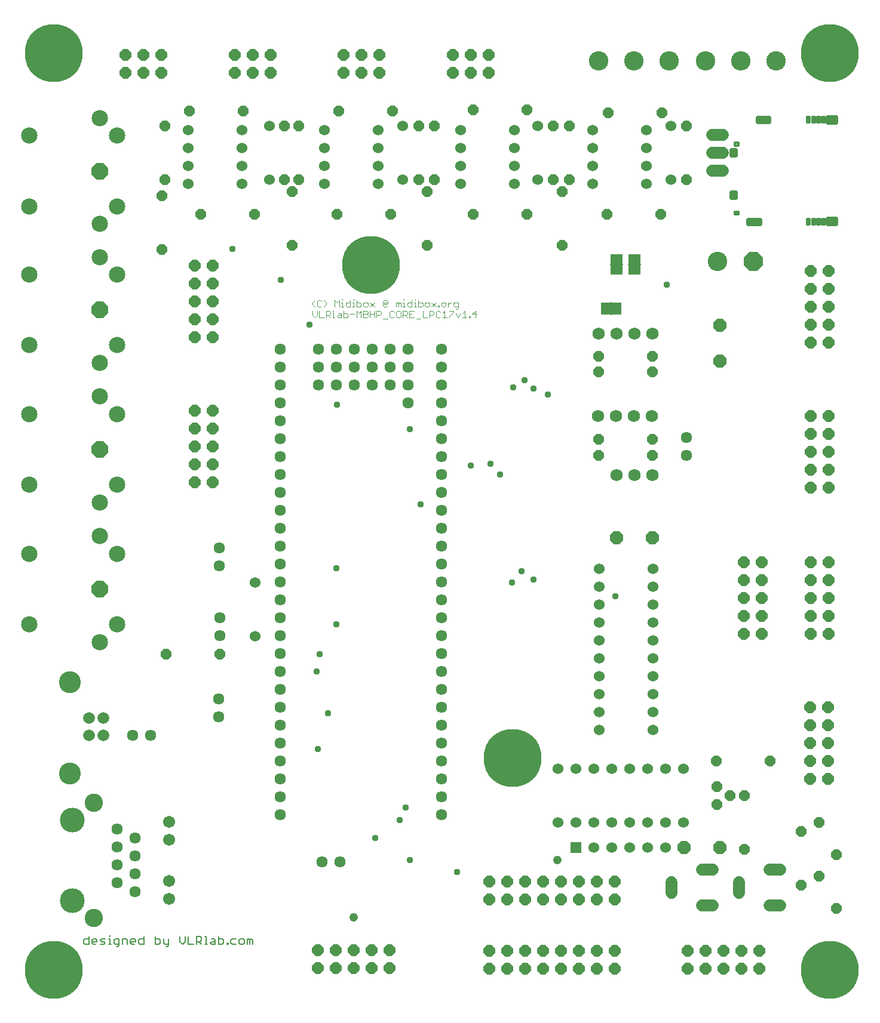
<source format=gts>
G75*
%MOIN*%
%OFA0B0*%
%FSLAX24Y24*%
%IPPOS*%
%LPD*%
%AMOC8*
5,1,8,0,0,1.08239X$1,22.5*
%
%ADD10C,0.0634*%
%ADD11C,0.0600*%
%ADD12R,0.0600X0.0600*%
%ADD13OC8,0.0710*%
%ADD14C,0.1080*%
%ADD15OC8,0.1080*%
%ADD16C,0.0680*%
%ADD17C,0.0654*%
%ADD18C,0.1222*%
%ADD19OC8,0.0640*%
%ADD20OC8,0.0600*%
%ADD21C,0.0680*%
%ADD22C,0.1025*%
%ADD23C,0.0674*%
%ADD24C,0.1379*%
%ADD25R,0.0710X0.0540*%
%ADD26R,0.0720X0.0060*%
%ADD27R,0.0540X0.0710*%
%ADD28R,0.0060X0.0720*%
%ADD29C,0.0237*%
%ADD30C,0.0257*%
%ADD31C,0.0129*%
%ADD32C,0.0217*%
%ADD33C,0.0138*%
%ADD34C,0.0030*%
%ADD35C,0.0080*%
%ADD36C,0.3230*%
%ADD37OC8,0.0907*%
%ADD38C,0.0907*%
%ADD39C,0.0370*%
%ADD40C,0.0476*%
D10*
X011220Y009761D03*
X011220Y010761D03*
X011220Y011761D03*
X011220Y012761D03*
X012220Y012261D03*
X012220Y011261D03*
X012220Y010261D03*
X012220Y009261D03*
X012061Y017988D03*
X013061Y017988D03*
X016877Y019021D03*
X016877Y020021D03*
X020321Y019565D03*
X020321Y020565D03*
X020321Y021565D03*
X020321Y022565D03*
X020321Y023565D03*
X020321Y024565D03*
X020321Y025565D03*
X020321Y026565D03*
X020321Y027565D03*
X020321Y028565D03*
X020321Y029565D03*
X020321Y030565D03*
X020321Y031565D03*
X020321Y032565D03*
X020321Y033565D03*
X020321Y034565D03*
X020321Y035565D03*
X020321Y036565D03*
X020321Y037565D03*
X020321Y038565D03*
X020321Y039565D03*
X022455Y039565D03*
X022451Y038565D03*
X023449Y038565D03*
X023455Y039565D03*
X024449Y039565D03*
X024449Y038565D03*
X025449Y038565D03*
X025449Y039565D03*
X026449Y039565D03*
X027449Y039565D03*
X027449Y038565D03*
X026449Y038565D03*
X026449Y037565D03*
X027449Y037565D03*
X027449Y036565D03*
X025449Y037565D03*
X024449Y037565D03*
X023449Y037565D03*
X022455Y037565D03*
X029321Y037565D03*
X029321Y038565D03*
X029321Y039565D03*
X029321Y036565D03*
X029321Y035565D03*
X029321Y034565D03*
X029321Y033565D03*
X029321Y032565D03*
X029321Y031565D03*
X029321Y030565D03*
X029321Y029565D03*
X029321Y028565D03*
X029321Y027565D03*
X029321Y026565D03*
X029321Y025565D03*
X029321Y024565D03*
X029321Y023565D03*
X029321Y022565D03*
X029321Y021565D03*
X029321Y020565D03*
X029321Y019565D03*
X029321Y018565D03*
X029321Y017565D03*
X029321Y016565D03*
X029321Y015565D03*
X029321Y014565D03*
X029321Y013565D03*
X023628Y010941D03*
X022628Y010941D03*
X020321Y013565D03*
X020321Y014565D03*
X020321Y015565D03*
X020321Y016565D03*
X020321Y017565D03*
X020321Y018565D03*
X016935Y023566D03*
X016935Y024566D03*
X016908Y027481D03*
X016908Y028481D03*
X042988Y033641D03*
X042988Y034641D03*
D11*
X041109Y027297D03*
X041109Y026297D03*
X041109Y025297D03*
X041109Y024297D03*
X041109Y023297D03*
X041109Y022297D03*
X041109Y021297D03*
X041109Y020297D03*
X041109Y019297D03*
X041109Y018297D03*
X040808Y016121D03*
X039808Y016121D03*
X038808Y016121D03*
X037808Y016121D03*
X036808Y016121D03*
X035808Y016121D03*
X038109Y018297D03*
X038109Y019297D03*
X038109Y020297D03*
X038109Y021297D03*
X038109Y022297D03*
X038109Y023297D03*
X038109Y024297D03*
X038109Y025297D03*
X038109Y026297D03*
X038109Y027297D03*
X041808Y016121D03*
X042808Y016121D03*
X042808Y013121D03*
X041808Y013121D03*
X040808Y013121D03*
X039808Y013121D03*
X038808Y013121D03*
X037808Y013121D03*
X036808Y013121D03*
X035808Y013121D03*
X037808Y011741D03*
X038808Y011741D03*
X039808Y011741D03*
X040808Y011741D03*
X041808Y011741D03*
X018899Y023548D03*
X018899Y026548D03*
X018168Y048801D03*
X018168Y049801D03*
X018168Y050801D03*
X018168Y051801D03*
X019708Y052041D03*
X019708Y049041D03*
X022768Y048801D03*
X022768Y049801D03*
X022768Y050801D03*
X022768Y051801D03*
X025768Y051801D03*
X025768Y050801D03*
X025768Y049801D03*
X025768Y048801D03*
X027128Y049041D03*
X027128Y052041D03*
X030368Y051801D03*
X030368Y050801D03*
X030368Y049801D03*
X030368Y048801D03*
X033368Y048801D03*
X033368Y049801D03*
X033368Y050801D03*
X033368Y051801D03*
X034668Y052041D03*
X034668Y049041D03*
X037728Y048801D03*
X037728Y049801D03*
X037728Y050801D03*
X037728Y051801D03*
X040728Y051801D03*
X040728Y050801D03*
X040728Y049801D03*
X040728Y048801D03*
X042108Y049041D03*
X042108Y052041D03*
X015168Y051801D03*
X015168Y050801D03*
X015168Y049801D03*
X015168Y048801D03*
D12*
X036808Y011741D03*
D13*
X042830Y011719D03*
X044830Y011719D03*
X041078Y029024D03*
X039078Y029024D03*
X044828Y038901D03*
X044828Y040901D03*
D14*
X044708Y044461D03*
X044040Y055681D03*
X046008Y055681D03*
X047977Y055681D03*
X042017Y055681D03*
X040048Y055681D03*
X038080Y055681D03*
D15*
X046708Y044461D03*
D16*
X045024Y049548D02*
X044424Y049548D01*
X044424Y050548D02*
X045024Y050548D01*
X045024Y051548D02*
X044424Y051548D01*
X044448Y010501D02*
X043848Y010501D01*
X042148Y009801D02*
X042148Y009201D01*
X043848Y008501D02*
X044448Y008501D01*
X045908Y009201D02*
X045908Y009801D01*
X047608Y010501D02*
X048208Y010501D01*
X048208Y008501D02*
X047608Y008501D01*
D17*
X010429Y017992D03*
X009641Y017992D03*
X009641Y018976D03*
X010429Y018976D03*
D18*
X008574Y020972D03*
X008574Y015854D03*
D19*
X022408Y005989D03*
X023408Y005989D03*
X024408Y005989D03*
X025408Y005989D03*
X026408Y005989D03*
X026408Y004989D03*
X025408Y004989D03*
X024408Y004989D03*
X023408Y004989D03*
X022408Y004989D03*
X031968Y004981D03*
X031968Y005981D03*
X032968Y005981D03*
X033968Y005981D03*
X034968Y005981D03*
X035968Y005981D03*
X036968Y005981D03*
X037968Y005981D03*
X038968Y005981D03*
X038968Y004981D03*
X037968Y004981D03*
X036968Y004981D03*
X035968Y004981D03*
X034968Y004981D03*
X033968Y004981D03*
X032968Y004981D03*
X032968Y008841D03*
X032968Y009841D03*
X033968Y009841D03*
X033968Y008841D03*
X034968Y008841D03*
X034968Y009841D03*
X035968Y009841D03*
X035968Y008841D03*
X036968Y008841D03*
X036968Y009841D03*
X037968Y009841D03*
X037968Y008841D03*
X038968Y008841D03*
X038968Y009841D03*
X043048Y005981D03*
X044048Y005981D03*
X045048Y005981D03*
X046048Y005981D03*
X047048Y005981D03*
X047048Y004981D03*
X046048Y004981D03*
X045048Y004981D03*
X044048Y004981D03*
X043048Y004981D03*
X049868Y015561D03*
X049868Y016561D03*
X049868Y017561D03*
X049868Y018561D03*
X049868Y019561D03*
X050868Y019561D03*
X050868Y018561D03*
X050868Y017561D03*
X050868Y016561D03*
X050868Y015561D03*
X050908Y023681D03*
X050908Y024681D03*
X050908Y025681D03*
X050908Y026681D03*
X050908Y027681D03*
X049908Y027681D03*
X049908Y026681D03*
X049908Y025681D03*
X049908Y024681D03*
X049908Y023681D03*
X047168Y023661D03*
X047168Y024661D03*
X047168Y025661D03*
X047168Y026661D03*
X047168Y027661D03*
X046168Y027661D03*
X046168Y026661D03*
X046168Y025661D03*
X046168Y024661D03*
X046168Y023661D03*
X049908Y031821D03*
X049908Y032821D03*
X049908Y033821D03*
X049908Y034821D03*
X049908Y035821D03*
X050908Y035821D03*
X050908Y034821D03*
X050908Y033821D03*
X050908Y032821D03*
X050908Y031821D03*
X050908Y039921D03*
X050908Y040921D03*
X050908Y041921D03*
X050908Y042921D03*
X050908Y043921D03*
X049908Y043921D03*
X049908Y042921D03*
X049908Y041921D03*
X049908Y040921D03*
X049908Y039921D03*
X031928Y055001D03*
X031928Y056001D03*
X030928Y056001D03*
X029928Y056001D03*
X029928Y055001D03*
X030928Y055001D03*
X025848Y055001D03*
X024848Y055001D03*
X024848Y056001D03*
X025848Y056001D03*
X023848Y056001D03*
X023848Y055001D03*
X019768Y055001D03*
X019768Y056001D03*
X018768Y056001D03*
X017768Y056001D03*
X017768Y055001D03*
X018768Y055001D03*
X013688Y055001D03*
X013688Y056001D03*
X012688Y056001D03*
X011688Y056001D03*
X011688Y055001D03*
X012688Y055001D03*
X015528Y044221D03*
X015528Y043221D03*
X016528Y043221D03*
X016528Y044221D03*
X016528Y042221D03*
X015528Y042221D03*
X015528Y041221D03*
X015528Y040221D03*
X016528Y040221D03*
X016528Y041221D03*
X016528Y036141D03*
X015528Y036141D03*
X015528Y035141D03*
X016528Y035141D03*
X016528Y034141D03*
X015528Y034141D03*
X015528Y033141D03*
X015528Y032141D03*
X016528Y032141D03*
X016528Y033141D03*
X031968Y009841D03*
X031968Y008841D03*
D20*
X044668Y014121D03*
X044668Y015121D03*
X045418Y014621D03*
X046208Y014621D03*
X047628Y016561D03*
X044628Y016561D03*
X046208Y011621D03*
X049371Y012633D03*
X050363Y013123D03*
X051347Y011347D03*
X050363Y010123D03*
X049371Y009633D03*
X051347Y008347D03*
X041079Y033646D03*
X041062Y034536D03*
X038062Y034536D03*
X038079Y033646D03*
X038068Y038301D03*
X038068Y039181D03*
X041068Y039181D03*
X041068Y038301D03*
X036028Y045381D03*
X034088Y047101D03*
X036028Y048381D03*
X036428Y049041D03*
X035548Y049041D03*
X035548Y052041D03*
X036428Y052041D03*
X038608Y052781D03*
X041608Y052781D03*
X042988Y052041D03*
X042988Y049041D03*
X041528Y047101D03*
X038528Y047101D03*
X034088Y052941D03*
X031088Y052941D03*
X028908Y052041D03*
X028028Y052041D03*
X026568Y052861D03*
X023568Y052861D03*
X021348Y052041D03*
X020548Y052041D03*
X018248Y052861D03*
X015248Y052861D03*
X013868Y052041D03*
X013868Y049041D03*
X013708Y048121D03*
X015888Y047101D03*
X013708Y045121D03*
X018888Y047101D03*
X020988Y048361D03*
X021348Y049041D03*
X020548Y049041D03*
X023488Y047101D03*
X020988Y045361D03*
X026488Y047101D03*
X028508Y048381D03*
X028908Y049041D03*
X028028Y049041D03*
X031088Y047101D03*
X028508Y045381D03*
X016944Y022533D03*
X013944Y022533D03*
D21*
X038047Y035823D03*
X039047Y035823D03*
X040047Y035823D03*
X041047Y035823D03*
X041068Y032541D03*
X040068Y032541D03*
X039068Y032541D03*
X039068Y040441D03*
X038068Y040441D03*
X040068Y040441D03*
X041068Y040441D03*
D22*
X009921Y014230D03*
X009921Y007793D03*
D23*
X014122Y008860D03*
X014122Y009860D03*
X014122Y012163D03*
X014122Y013163D03*
D24*
X008720Y013261D03*
X008720Y008761D03*
D25*
X039068Y044001D03*
X039068Y044601D03*
X040068Y044601D03*
X040068Y044001D03*
D26*
X040068Y044301D03*
X039068Y044301D03*
D27*
X039068Y041821D03*
X038468Y041821D03*
D28*
X038768Y041821D03*
D29*
X045486Y048024D02*
X045724Y048024D01*
X045486Y048024D02*
X045486Y048340D01*
X045724Y048340D01*
X045724Y048024D01*
X045724Y048260D02*
X045486Y048260D01*
X045486Y050386D02*
X045724Y050386D01*
X045486Y050386D02*
X045486Y050702D01*
X045724Y050702D01*
X045724Y050386D01*
X045724Y050622D02*
X045486Y050622D01*
D30*
X051304Y052232D02*
X051304Y052488D01*
X051304Y052232D02*
X050890Y052232D01*
X050890Y052488D01*
X051304Y052488D01*
X050890Y052488D01*
X051304Y046829D02*
X051304Y046573D01*
X050890Y046573D01*
X050890Y046829D01*
X051304Y046829D01*
X050890Y046829D01*
D31*
X050679Y046829D02*
X050679Y046523D01*
X050551Y046523D01*
X050551Y046829D01*
X050679Y046829D01*
X050679Y046651D02*
X050551Y046651D01*
X050551Y046779D02*
X050679Y046779D01*
X050403Y046829D02*
X050403Y046523D01*
X050275Y046523D01*
X050275Y046829D01*
X050403Y046829D01*
X050403Y046651D02*
X050275Y046651D01*
X050275Y046779D02*
X050403Y046779D01*
X050127Y046829D02*
X050127Y046523D01*
X049999Y046523D01*
X049999Y046829D01*
X050127Y046829D01*
X050127Y046651D02*
X049999Y046651D01*
X049999Y046779D02*
X050127Y046779D01*
X049852Y046829D02*
X049852Y046523D01*
X049724Y046523D01*
X049724Y046829D01*
X049852Y046829D01*
X049852Y046651D02*
X049724Y046651D01*
X049724Y046779D02*
X049852Y046779D01*
X049852Y052232D02*
X049852Y052538D01*
X049852Y052232D02*
X049724Y052232D01*
X049724Y052538D01*
X049852Y052538D01*
X049852Y052360D02*
X049724Y052360D01*
X049724Y052488D02*
X049852Y052488D01*
X050127Y052538D02*
X050127Y052232D01*
X049999Y052232D01*
X049999Y052538D01*
X050127Y052538D01*
X050127Y052360D02*
X049999Y052360D01*
X049999Y052488D02*
X050127Y052488D01*
X050403Y052538D02*
X050403Y052232D01*
X050275Y052232D01*
X050275Y052538D01*
X050403Y052538D01*
X050403Y052360D02*
X050275Y052360D01*
X050275Y052488D02*
X050403Y052488D01*
X050679Y052538D02*
X050679Y052232D01*
X050551Y052232D01*
X050551Y052538D01*
X050679Y052538D01*
X050679Y052360D02*
X050551Y052360D01*
X050551Y052488D02*
X050679Y052488D01*
D32*
X047583Y052494D02*
X047583Y052276D01*
X046933Y052276D01*
X046933Y052494D01*
X047583Y052494D01*
X047583Y052492D02*
X046933Y052492D01*
X047071Y046785D02*
X047071Y046567D01*
X046421Y046567D01*
X046421Y046785D01*
X047071Y046785D01*
X047071Y046783D02*
X046421Y046783D01*
D33*
X045891Y047109D02*
X045673Y047109D01*
X045673Y047247D01*
X045891Y047247D01*
X045891Y047109D01*
X045891Y047246D02*
X045673Y047246D01*
X045673Y050947D02*
X045891Y050947D01*
X045673Y050947D02*
X045673Y051085D01*
X045891Y051085D01*
X045891Y050947D01*
X045891Y051084D02*
X045673Y051084D01*
D34*
X031209Y041706D02*
X031209Y041336D01*
X031271Y041521D02*
X031024Y041521D01*
X031209Y041706D01*
X030902Y041397D02*
X030902Y041336D01*
X030840Y041336D01*
X030840Y041397D01*
X030902Y041397D01*
X030719Y041336D02*
X030472Y041336D01*
X030595Y041336D02*
X030595Y041706D01*
X030472Y041582D01*
X030350Y041582D02*
X030227Y041336D01*
X030103Y041582D01*
X029982Y041644D02*
X029735Y041397D01*
X029735Y041336D01*
X029614Y041336D02*
X029367Y041336D01*
X029490Y041336D02*
X029490Y041706D01*
X029367Y041582D01*
X029245Y041644D02*
X029184Y041706D01*
X029060Y041706D01*
X028999Y041644D01*
X028999Y041397D01*
X029060Y041336D01*
X029184Y041336D01*
X029245Y041397D01*
X028877Y041521D02*
X028815Y041459D01*
X028630Y041459D01*
X028630Y041336D02*
X028630Y041706D01*
X028815Y041706D01*
X028877Y041644D01*
X028877Y041521D01*
X028509Y041336D02*
X028262Y041336D01*
X028262Y041706D01*
X028202Y041936D02*
X028016Y041936D01*
X028016Y042306D01*
X028016Y042182D02*
X028202Y042182D01*
X028263Y042121D01*
X028263Y041997D01*
X028202Y041936D01*
X028385Y041997D02*
X028446Y041936D01*
X028570Y041936D01*
X028632Y041997D01*
X028632Y042121D01*
X028570Y042182D01*
X028446Y042182D01*
X028385Y042121D01*
X028385Y041997D01*
X028753Y041936D02*
X029000Y042182D01*
X029121Y041997D02*
X029183Y041997D01*
X029183Y041936D01*
X029121Y041936D01*
X029121Y041997D01*
X029000Y041936D02*
X028753Y042182D01*
X029305Y042121D02*
X029305Y041997D01*
X029367Y041936D01*
X029491Y041936D01*
X029552Y041997D01*
X029552Y042121D01*
X029491Y042182D01*
X029367Y042182D01*
X029305Y042121D01*
X029674Y042182D02*
X029674Y041936D01*
X029674Y042059D02*
X029797Y042182D01*
X029859Y042182D01*
X029981Y042121D02*
X029981Y041997D01*
X030042Y041936D01*
X030228Y041936D01*
X030228Y041874D02*
X030228Y042182D01*
X030042Y042182D01*
X029981Y042121D01*
X030104Y041812D02*
X030166Y041812D01*
X030228Y041874D01*
X029982Y041706D02*
X029982Y041644D01*
X029982Y041706D02*
X029735Y041706D01*
X028140Y041274D02*
X027894Y041274D01*
X027772Y041336D02*
X027525Y041336D01*
X027525Y041706D01*
X027772Y041706D01*
X027649Y041521D02*
X027525Y041521D01*
X027404Y041521D02*
X027342Y041459D01*
X027157Y041459D01*
X027280Y041459D02*
X027404Y041336D01*
X027404Y041521D02*
X027404Y041644D01*
X027342Y041706D01*
X027157Y041706D01*
X027157Y041336D01*
X027036Y041397D02*
X027036Y041644D01*
X026974Y041706D01*
X026850Y041706D01*
X026789Y041644D01*
X026789Y041397D01*
X026850Y041336D01*
X026974Y041336D01*
X027036Y041397D01*
X026667Y041397D02*
X026605Y041336D01*
X026482Y041336D01*
X026420Y041397D01*
X026420Y041644D01*
X026482Y041706D01*
X026605Y041706D01*
X026667Y041644D01*
X026789Y041936D02*
X026789Y042182D01*
X026850Y042182D01*
X026912Y042121D01*
X026974Y042182D01*
X027036Y042121D01*
X027036Y041936D01*
X027157Y041936D02*
X027280Y041936D01*
X027219Y041936D02*
X027219Y042182D01*
X027157Y042182D01*
X027219Y042306D02*
X027219Y042368D01*
X027464Y042182D02*
X027649Y042182D01*
X027771Y042182D02*
X027833Y042182D01*
X027833Y041936D01*
X027894Y041936D02*
X027771Y041936D01*
X027649Y041936D02*
X027464Y041936D01*
X027403Y041997D01*
X027403Y042121D01*
X027464Y042182D01*
X027649Y042306D02*
X027649Y041936D01*
X027833Y042306D02*
X027833Y042368D01*
X026912Y042121D02*
X026912Y041936D01*
X026299Y041997D02*
X026237Y041936D01*
X026114Y041936D01*
X026052Y041997D01*
X026052Y042244D01*
X026114Y042306D01*
X026237Y042306D01*
X026299Y042244D01*
X026299Y042121D01*
X026237Y042059D01*
X026237Y042182D01*
X026114Y042182D01*
X026114Y042059D01*
X026237Y042059D01*
X025869Y041706D02*
X025931Y041644D01*
X025931Y041521D01*
X025869Y041459D01*
X025684Y041459D01*
X025684Y041336D02*
X025684Y041706D01*
X025869Y041706D01*
X025562Y041706D02*
X025562Y041336D01*
X025562Y041521D02*
X025315Y041521D01*
X025194Y041582D02*
X025132Y041521D01*
X024947Y041521D01*
X024947Y041706D02*
X025132Y041706D01*
X025194Y041644D01*
X025194Y041582D01*
X025132Y041521D02*
X025194Y041459D01*
X025194Y041397D01*
X025132Y041336D01*
X024947Y041336D01*
X024947Y041706D01*
X024826Y041706D02*
X024826Y041336D01*
X024579Y041336D02*
X024579Y041706D01*
X024702Y041582D01*
X024826Y041706D01*
X024764Y041936D02*
X024826Y041997D01*
X024826Y042121D01*
X024764Y042182D01*
X024579Y042182D01*
X024579Y042306D02*
X024579Y041936D01*
X024764Y041936D01*
X024947Y041997D02*
X025009Y041936D01*
X025132Y041936D01*
X025194Y041997D01*
X025194Y042121D01*
X025132Y042182D01*
X025009Y042182D01*
X024947Y042121D01*
X024947Y041997D01*
X025315Y041936D02*
X025562Y042182D01*
X025562Y041936D02*
X025315Y042182D01*
X025315Y041706D02*
X025315Y041336D01*
X024457Y041521D02*
X024210Y041521D01*
X024089Y041521D02*
X024027Y041582D01*
X023842Y041582D01*
X023842Y041706D02*
X023842Y041336D01*
X024027Y041336D01*
X024089Y041397D01*
X024089Y041521D01*
X023721Y041521D02*
X023721Y041336D01*
X023536Y041336D01*
X023474Y041397D01*
X023536Y041459D01*
X023721Y041459D01*
X023721Y041521D02*
X023659Y041582D01*
X023536Y041582D01*
X023290Y041706D02*
X023290Y041336D01*
X023228Y041336D02*
X023352Y041336D01*
X023107Y041336D02*
X022983Y041459D01*
X023045Y041459D02*
X022860Y041459D01*
X022860Y041336D02*
X022860Y041706D01*
X023045Y041706D01*
X023107Y041644D01*
X023107Y041521D01*
X023045Y041459D01*
X023228Y041706D02*
X023290Y041706D01*
X023351Y041936D02*
X023351Y042306D01*
X023474Y042182D01*
X023598Y042306D01*
X023598Y041936D01*
X023719Y041936D02*
X023843Y041936D01*
X023781Y041936D02*
X023781Y042182D01*
X023719Y042182D01*
X023781Y042306D02*
X023781Y042368D01*
X024027Y042182D02*
X024212Y042182D01*
X024333Y042182D02*
X024395Y042182D01*
X024395Y041936D01*
X024333Y041936D02*
X024457Y041936D01*
X024212Y041936D02*
X024027Y041936D01*
X023965Y041997D01*
X023965Y042121D01*
X024027Y042182D01*
X024212Y042306D02*
X024212Y041936D01*
X024395Y042306D02*
X024395Y042368D01*
X022861Y042182D02*
X022737Y042306D01*
X022616Y042244D02*
X022554Y042306D01*
X022431Y042306D01*
X022369Y042244D01*
X022369Y041997D01*
X022431Y041936D01*
X022554Y041936D01*
X022616Y041997D01*
X022737Y041936D02*
X022861Y042059D01*
X022861Y042182D01*
X022492Y041706D02*
X022492Y041336D01*
X022739Y041336D01*
X022370Y041459D02*
X022370Y041706D01*
X022123Y041706D02*
X022123Y041459D01*
X022247Y041336D01*
X022370Y041459D01*
X022247Y041936D02*
X022123Y042059D01*
X022123Y042182D01*
X022247Y042306D01*
X026052Y041274D02*
X026299Y041274D01*
D35*
X018690Y006621D02*
X018760Y006551D01*
X018760Y006341D01*
X018620Y006341D02*
X018620Y006551D01*
X018690Y006621D01*
X018620Y006551D02*
X018550Y006621D01*
X018479Y006621D01*
X018479Y006341D01*
X018299Y006411D02*
X018299Y006551D01*
X018229Y006621D01*
X018089Y006621D01*
X018019Y006551D01*
X018019Y006411D01*
X018089Y006341D01*
X018229Y006341D01*
X018299Y006411D01*
X017839Y006341D02*
X017629Y006341D01*
X017559Y006411D01*
X017559Y006551D01*
X017629Y006621D01*
X017839Y006621D01*
X017399Y006411D02*
X017399Y006341D01*
X017328Y006341D01*
X017328Y006411D01*
X017399Y006411D01*
X017148Y006411D02*
X017078Y006341D01*
X016868Y006341D01*
X016868Y006761D01*
X016868Y006621D02*
X017078Y006621D01*
X017148Y006551D01*
X017148Y006411D01*
X016688Y006481D02*
X016478Y006481D01*
X016408Y006411D01*
X016478Y006341D01*
X016688Y006341D01*
X016688Y006551D01*
X016618Y006621D01*
X016478Y006621D01*
X016171Y006761D02*
X016171Y006341D01*
X016101Y006341D02*
X016241Y006341D01*
X015921Y006341D02*
X015780Y006481D01*
X015851Y006481D02*
X015640Y006481D01*
X015640Y006341D02*
X015640Y006761D01*
X015851Y006761D01*
X015921Y006691D01*
X015921Y006551D01*
X015851Y006481D01*
X016101Y006761D02*
X016171Y006761D01*
X015460Y006341D02*
X015180Y006341D01*
X015180Y006761D01*
X015000Y006761D02*
X015000Y006481D01*
X014860Y006341D01*
X014720Y006481D01*
X014720Y006761D01*
X014079Y006621D02*
X014079Y006270D01*
X014009Y006200D01*
X013939Y006200D01*
X013869Y006341D02*
X014079Y006341D01*
X013869Y006341D02*
X013799Y006411D01*
X013799Y006621D01*
X013619Y006551D02*
X013549Y006621D01*
X013338Y006621D01*
X013338Y006761D02*
X013338Y006341D01*
X013549Y006341D01*
X013619Y006411D01*
X013619Y006551D01*
X012698Y006621D02*
X012488Y006621D01*
X012418Y006551D01*
X012418Y006411D01*
X012488Y006341D01*
X012698Y006341D01*
X012698Y006761D01*
X012237Y006551D02*
X012237Y006481D01*
X011957Y006481D01*
X011957Y006551D02*
X012027Y006621D01*
X012167Y006621D01*
X012237Y006551D01*
X012167Y006341D02*
X012027Y006341D01*
X011957Y006411D01*
X011957Y006551D01*
X011777Y006551D02*
X011777Y006341D01*
X011777Y006551D02*
X011707Y006621D01*
X011497Y006621D01*
X011497Y006341D01*
X011317Y006341D02*
X011106Y006341D01*
X011036Y006411D01*
X011036Y006551D01*
X011106Y006621D01*
X011317Y006621D01*
X011317Y006270D01*
X011247Y006200D01*
X011177Y006200D01*
X010870Y006341D02*
X010730Y006341D01*
X010800Y006341D02*
X010800Y006621D01*
X010730Y006621D01*
X010800Y006761D02*
X010800Y006831D01*
X010549Y006621D02*
X010339Y006621D01*
X010269Y006551D01*
X010339Y006481D01*
X010479Y006481D01*
X010549Y006411D01*
X010479Y006341D01*
X010269Y006341D01*
X010089Y006481D02*
X009809Y006481D01*
X009809Y006551D02*
X009879Y006621D01*
X010019Y006621D01*
X010089Y006551D01*
X010089Y006481D01*
X010019Y006341D02*
X009879Y006341D01*
X009809Y006411D01*
X009809Y006551D01*
X009629Y006621D02*
X009418Y006621D01*
X009348Y006551D01*
X009348Y006411D01*
X009418Y006341D01*
X009629Y006341D01*
X009629Y006761D01*
D36*
X007677Y004909D03*
X033267Y016720D03*
X050984Y004909D03*
X025393Y044279D03*
X007677Y056090D03*
X050984Y056090D03*
D37*
X010236Y049515D03*
X010236Y041759D03*
X010236Y033964D03*
X010236Y026169D03*
D38*
X011220Y024200D03*
X010236Y023216D03*
X006299Y024200D03*
X006299Y028137D03*
X006299Y031996D03*
X006299Y035933D03*
X006299Y039791D03*
X006299Y043728D03*
X006299Y047547D03*
X006299Y051484D03*
X010236Y052468D03*
X011220Y051484D03*
X011220Y047547D03*
X010236Y046563D03*
X010236Y044712D03*
X011220Y043728D03*
X011220Y039791D03*
X010236Y038807D03*
X010236Y036917D03*
X011220Y035933D03*
X011220Y031996D03*
X010236Y031011D03*
X010236Y029122D03*
X011220Y028137D03*
D39*
X022508Y022541D03*
X022348Y021581D03*
X022968Y019241D03*
X022408Y017241D03*
X025608Y012281D03*
X026988Y013261D03*
X027308Y013981D03*
X027528Y011021D03*
X030188Y010381D03*
X023458Y024191D03*
X023458Y027341D03*
X028158Y030911D03*
X030928Y033081D03*
X032028Y033181D03*
X032578Y032571D03*
X035228Y037021D03*
X034448Y037381D03*
X033948Y037821D03*
X033308Y037421D03*
X027548Y035101D03*
X023468Y036461D03*
X021948Y040941D03*
X020348Y043421D03*
X017628Y045181D03*
X033788Y027181D03*
X034428Y026701D03*
X033228Y026541D03*
X039008Y025781D03*
X041868Y043181D03*
D40*
X035788Y011021D03*
X024408Y007841D03*
M02*

</source>
